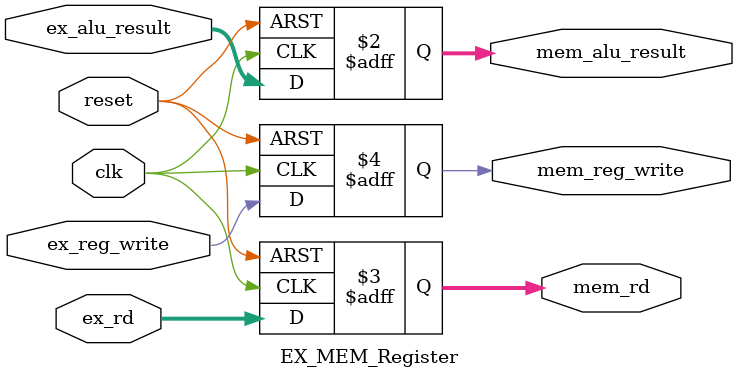
<source format=v>
module EX_MEM_Register (
    input clk,
    input reset,
    input [31:0] ex_alu_result,
    input [4:0] ex_rd,
    input ex_reg_write,
    output reg [31:0] mem_alu_result,
    output reg [4:0] mem_rd,
    output reg mem_reg_write
);
    always @(posedge clk or posedge reset) begin
        if (reset) begin
            mem_alu_result <= 0;
            mem_rd <= 0;
            mem_reg_write <= 0;
        end else begin
            mem_alu_result <= ex_alu_result;
            mem_rd <= ex_rd;
            mem_reg_write <= ex_reg_write;
        end
    end
endmodule
</source>
